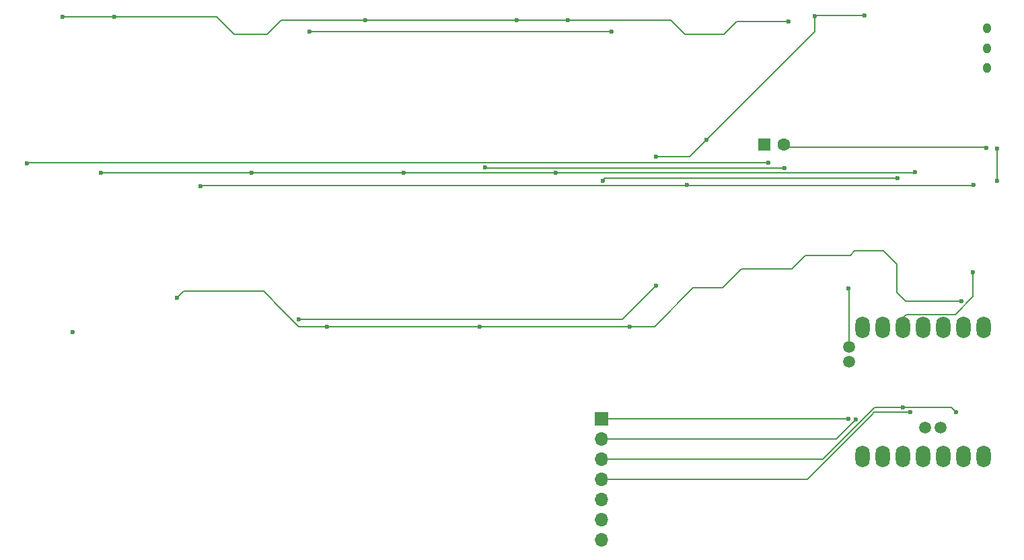
<source format=gbr>
%TF.GenerationSoftware,KiCad,Pcbnew,8.0.7*%
%TF.CreationDate,2025-01-20T20:06:26+09:00*%
%TF.ProjectId,cool937tb_R_v2,636f6f6c-3933-4377-9462-5f525f76322e,rev?*%
%TF.SameCoordinates,Original*%
%TF.FileFunction,Copper,L1,Top*%
%TF.FilePolarity,Positive*%
%FSLAX46Y46*%
G04 Gerber Fmt 4.6, Leading zero omitted, Abs format (unit mm)*
G04 Created by KiCad (PCBNEW 8.0.7) date 2025-01-20 20:06:26*
%MOMM*%
%LPD*%
G01*
G04 APERTURE LIST*
%TA.AperFunction,ComponentPad*%
%ADD10O,1.000000X1.300000*%
%TD*%
%TA.AperFunction,ComponentPad*%
%ADD11R,1.700000X1.700000*%
%TD*%
%TA.AperFunction,ComponentPad*%
%ADD12O,1.700000X1.700000*%
%TD*%
%TA.AperFunction,ComponentPad*%
%ADD13R,1.600000X1.600000*%
%TD*%
%TA.AperFunction,ComponentPad*%
%ADD14C,1.600000*%
%TD*%
%TA.AperFunction,ComponentPad*%
%ADD15O,1.800000X2.750000*%
%TD*%
%TA.AperFunction,ComponentPad*%
%ADD16C,1.500000*%
%TD*%
%TA.AperFunction,ViaPad*%
%ADD17C,0.600000*%
%TD*%
%TA.AperFunction,Conductor*%
%ADD18C,0.200000*%
%TD*%
G04 APERTURE END LIST*
D10*
%TO.P,SW21,1,A*%
%TO.N,unconnected-(SW21-A-Pad1)*%
X121220000Y-11620000D03*
%TO.P,SW21,2,B*%
%TO.N,Bat*%
X121220000Y-14120000D03*
%TO.P,SW21,3,C*%
%TO.N,Net-(J8-Pin_2)*%
X121220000Y-16620000D03*
%TD*%
D11*
%TO.P,J1,1,SCLK*%
%TO.N,SCLK*%
X72730000Y-60790000D03*
D12*
%TO.P,J1,2,nCS*%
%TO.N,CS*%
X72730000Y-63330000D03*
%TO.P,J1,3,GND*%
%TO.N,GND*%
X72730000Y-65870000D03*
%TO.P,J1,4,Vin*%
%TO.N,3.3V*%
X72730000Y-68410000D03*
%TO.P,J1,5,nc*%
%TO.N,unconnected-(J1-nc-Pad5)*%
X72730000Y-70950000D03*
%TO.P,J1,6,SDIO*%
%TO.N,SDIO*%
X72730000Y-73490000D03*
%TO.P,J1,7,MOTION*%
%TO.N,MOTION*%
X72730000Y-76030000D03*
%TD*%
D13*
%TO.P,J8,1,Pin_1*%
%TO.N,GND*%
X93206250Y-26193750D03*
D14*
%TO.P,J8,2,Pin_2*%
%TO.N,Net-(J8-Pin_2)*%
X95726250Y-26193750D03*
%TD*%
D15*
%TO.P,U1,1,P0.02_A0_D0*%
%TO.N,MOTION*%
X120806000Y-65540000D03*
%TO.P,U1,2,P0.03_A1_D1*%
%TO.N,Row0*%
X118266000Y-65540000D03*
%TO.P,U1,3,P0.28_A2_D2*%
%TO.N,Row1*%
X115726000Y-65540000D03*
%TO.P,U1,4,P0.29_A3_D3*%
%TO.N,Row2*%
X113186000Y-65540000D03*
%TO.P,U1,5,P0.04_A4_D4_SDA*%
%TO.N,SDIO*%
X110646000Y-65540000D03*
%TO.P,U1,6,P0.05_A5_D5_SCL*%
%TO.N,SCLK*%
X108106000Y-65540000D03*
%TO.P,U1,7,P1.11_D6_TX*%
%TO.N,Row3*%
X105566000Y-65540000D03*
%TO.P,U1,8,P1.12_D7_RX*%
%TO.N,Col3*%
X105566000Y-49300000D03*
%TO.P,U1,9,P1.13_D8_SCK*%
%TO.N,Col2*%
X108106000Y-49300000D03*
%TO.P,U1,10,P1.14_D9_MISO*%
%TO.N,Col1*%
X110646000Y-49300000D03*
%TO.P,U1,11,P1.15_D10_MOSI*%
%TO.N,Col0*%
X113186000Y-49300000D03*
%TO.P,U1,12,3V3*%
%TO.N,3.3V*%
X115726000Y-49300000D03*
%TO.P,U1,13,GND*%
%TO.N,GND*%
X118266000Y-49300000D03*
%TO.P,U1,14,5V*%
%TO.N,VCC*%
X120806000Y-49300000D03*
D16*
%TO.P,U1,15,NFC1_0.09*%
%TO.N,CS*%
X103874000Y-53584600D03*
%TO.P,U1,16,NFC2_0.10*%
%TO.N,Col4*%
X103874000Y-51705000D03*
%TO.P,U1,20,BATT+*%
%TO.N,Bat*%
X113503000Y-61865000D03*
%TO.P,U1,21,BATT-*%
%TO.N,GND*%
X115408000Y-61865000D03*
%TD*%
D17*
%TO.N,Col4*%
X103840000Y-44360000D03*
%TO.N,Col3*%
X95770000Y-29180000D03*
X58123750Y-29146250D03*
%TO.N,Col2*%
X74010000Y-12040000D03*
X35962500Y-12040000D03*
X110020000Y-30500000D03*
X72890000Y-30820000D03*
%TO.N,Col1*%
X119470000Y-42350000D03*
X119540000Y-31290000D03*
X83470000Y-31340000D03*
X22323750Y-31446250D03*
%TO.N,Col0*%
X6187500Y-49860000D03*
X93730000Y-28550000D03*
X423750Y-28596250D03*
%TO.N,3.3V*%
X111600000Y-59960000D03*
%TO.N,SCLK*%
X103826000Y-60760000D03*
%TO.N,CS*%
X104767265Y-60852735D03*
%TO.N,GND*%
X110700000Y-59358411D03*
X117341500Y-59931500D03*
%TO.N,Row3*%
X85950000Y-25630000D03*
X79570000Y-44050000D03*
X105870000Y-10010000D03*
X79570000Y-27780000D03*
X34640000Y-48290000D03*
X99550000Y-10040000D03*
%TO.N,Row2*%
X19330000Y-45540000D03*
X38190000Y-49160000D03*
X57430000Y-49160000D03*
X118040000Y-45980000D03*
X76340000Y-49160000D03*
%TO.N,Row1*%
X112160000Y-29720000D03*
X66950000Y-29780000D03*
X9760000Y-29780000D03*
X28740000Y-29780000D03*
X47820000Y-29780000D03*
%TO.N,Row0*%
X11440000Y-10110000D03*
X43020000Y-10580000D03*
X96280000Y-10720000D03*
X62100000Y-10580000D03*
X68530000Y-10580000D03*
X4920000Y-10110000D03*
%TO.N,Bat*%
X122560000Y-30800000D03*
X122550000Y-26710000D03*
%TO.N,Net-(J8-Pin_2)*%
X121210000Y-26640000D03*
%TD*%
D18*
%TO.N,3.3V*%
X98867108Y-68167108D02*
X99522108Y-67512108D01*
X99522108Y-67512108D02*
X106792108Y-60242107D01*
X98624216Y-68410000D02*
X99522108Y-67512108D01*
X72730000Y-68410000D02*
X98624216Y-68410000D01*
%TO.N,GND*%
X102694264Y-63774264D02*
X103809264Y-62659264D01*
X103809264Y-62659264D02*
X107110118Y-59358411D01*
X100598528Y-65870000D02*
X103809264Y-62659264D01*
X72730000Y-65870000D02*
X100598528Y-65870000D01*
%TO.N,CS*%
X72730000Y-63330000D02*
X102290000Y-63330000D01*
X102290000Y-63330000D02*
X104767265Y-60852735D01*
%TO.N,SCLK*%
X72730000Y-60790000D02*
X103796000Y-60790000D01*
X103796000Y-60790000D02*
X103826000Y-60760000D01*
%TO.N,Col4*%
X103874000Y-44394000D02*
X103840000Y-44360000D01*
X103874000Y-51705000D02*
X103874000Y-44394000D01*
%TO.N,Col3*%
X95770000Y-29180000D02*
X58157500Y-29180000D01*
X58157500Y-29180000D02*
X58123750Y-29146250D01*
%TO.N,Col2*%
X110020000Y-30500000D02*
X73210000Y-30500000D01*
X73210000Y-30500000D02*
X72890000Y-30820000D01*
X74010000Y-12040000D02*
X35962500Y-12040000D01*
%TO.N,Col1*%
X119430000Y-31400000D02*
X119540000Y-31290000D01*
X117243529Y-47625000D02*
X111115000Y-47625000D01*
X110646000Y-48094000D02*
X110646000Y-49800000D01*
X22350000Y-31420000D02*
X22323750Y-31446250D01*
X83390000Y-31420000D02*
X22350000Y-31420000D01*
X83530000Y-31400000D02*
X83470000Y-31340000D01*
X83470000Y-31340000D02*
X83390000Y-31420000D01*
X119470000Y-45398529D02*
X117243529Y-47625000D01*
X99100000Y-31400000D02*
X119430000Y-31400000D01*
X111115000Y-47625000D02*
X110646000Y-48094000D01*
X99100000Y-31400000D02*
X83530000Y-31400000D01*
X119470000Y-42350000D02*
X119470000Y-45398529D01*
%TO.N,Col0*%
X93730000Y-28550000D02*
X93726250Y-28546250D01*
X6187500Y-49860000D02*
X6267500Y-49940000D01*
X93726250Y-28546250D02*
X473750Y-28546250D01*
X473750Y-28546250D02*
X423750Y-28596250D01*
%TO.N,3.3V*%
X106792108Y-60242107D02*
X107074215Y-59960000D01*
X107074215Y-59960000D02*
X111600000Y-59960000D01*
%TO.N,GND*%
X107110118Y-59358411D02*
X110700000Y-59358411D01*
X110700000Y-59358411D02*
X116768411Y-59358411D01*
X116768411Y-59358411D02*
X117341500Y-59931500D01*
%TO.N,Row3*%
X99550000Y-12030000D02*
X99550000Y-10040000D01*
X79570000Y-44050000D02*
X75330000Y-48290000D01*
X85950000Y-25630000D02*
X83800000Y-27780000D01*
X75330000Y-48290000D02*
X34640000Y-48290000D01*
X83800000Y-27780000D02*
X79570000Y-27780000D01*
X99580000Y-10010000D02*
X99550000Y-10040000D01*
X105870000Y-10010000D02*
X99580000Y-10010000D01*
X85950000Y-25630000D02*
X99550000Y-12030000D01*
%TO.N,Row2*%
X38190000Y-49160000D02*
X57430000Y-49160000D01*
X108240000Y-39640000D02*
X104610000Y-39640000D01*
X109900000Y-41300000D02*
X108240000Y-39640000D01*
X111020000Y-45980000D02*
X109900000Y-44860000D01*
X30231471Y-44730000D02*
X25710000Y-44730000D01*
X109900000Y-44860000D02*
X109900000Y-41300000D01*
X104050000Y-40200000D02*
X98410000Y-40200000D01*
X90354758Y-41870000D02*
X87944758Y-44280000D01*
X87944758Y-44280000D02*
X84280000Y-44280000D01*
X20140000Y-44730000D02*
X19330000Y-45540000D01*
X25710000Y-44730000D02*
X20140000Y-44730000D01*
X30641471Y-45140000D02*
X30231471Y-44730000D01*
X79400000Y-49160000D02*
X76340000Y-49160000D01*
X34661471Y-49160000D02*
X32230000Y-46728529D01*
X96740000Y-41870000D02*
X90354758Y-41870000D01*
X104610000Y-39640000D02*
X104050000Y-40200000D01*
X35070000Y-49160000D02*
X34661471Y-49160000D01*
X35070000Y-49160000D02*
X38190000Y-49160000D01*
X32230000Y-46728529D02*
X30641471Y-45140000D01*
X84280000Y-44280000D02*
X79400000Y-49160000D01*
X98410000Y-40200000D02*
X96740000Y-41870000D01*
X57430000Y-49160000D02*
X76340000Y-49160000D01*
X118040000Y-45980000D02*
X111020000Y-45980000D01*
%TO.N,Row1*%
X9760000Y-29780000D02*
X28740000Y-29780000D01*
X47820000Y-29780000D02*
X66950000Y-29780000D01*
X28740000Y-29780000D02*
X47820000Y-29780000D01*
X66950000Y-29780000D02*
X112100000Y-29780000D01*
X115726000Y-65172056D02*
X115726000Y-65040000D01*
X112100000Y-29780000D02*
X112160000Y-29720000D01*
%TO.N,Row0*%
X81490000Y-10580000D02*
X68530000Y-10580000D01*
X30690000Y-12370000D02*
X26560000Y-12370000D01*
X68530000Y-10580000D02*
X62100000Y-10580000D01*
X24300000Y-10110000D02*
X11440000Y-10110000D01*
X89780000Y-10720000D02*
X88140000Y-12360000D01*
X43020000Y-10580000D02*
X32480000Y-10580000D01*
X11440000Y-10110000D02*
X4920000Y-10110000D01*
X32480000Y-10580000D02*
X30690000Y-12370000D01*
X96280000Y-10720000D02*
X89780000Y-10720000D01*
X26560000Y-12370000D02*
X24300000Y-10110000D01*
X62100000Y-10580000D02*
X43020000Y-10580000D01*
X83270000Y-12360000D02*
X81490000Y-10580000D01*
X88140000Y-12360000D02*
X83270000Y-12360000D01*
%TO.N,Bat*%
X122550000Y-30430000D02*
X122550000Y-26710000D01*
X122560000Y-30440000D02*
X122550000Y-30430000D01*
X122560000Y-30800000D02*
X122560000Y-30440000D01*
%TO.N,Net-(J8-Pin_2)*%
X95726250Y-26193750D02*
X96082500Y-26550000D01*
X121120000Y-26550000D02*
X121210000Y-26640000D01*
X96082500Y-26550000D02*
X121120000Y-26550000D01*
%TD*%
M02*

</source>
